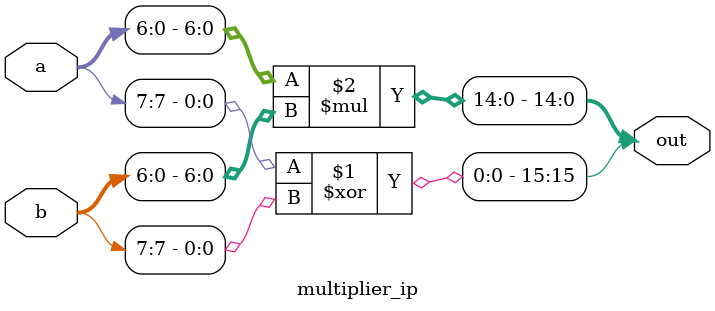
<source format=v>
`timescale 1ns / 1ps

module multiplier_ip(input [7:0] a, input [7:0] b, output [15:0] out);

	assign out[15] = a[7] ^ b[7];
  assign out[14:0] = a[6:0] * b[6:0];

endmodule

</source>
